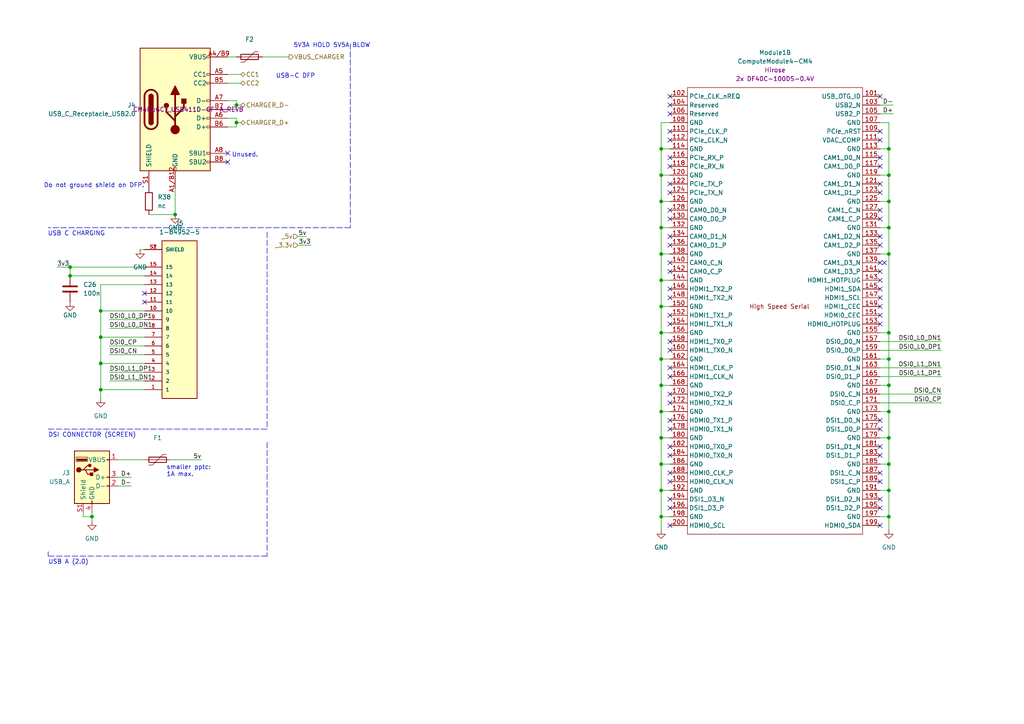
<source format=kicad_sch>
(kicad_sch (version 20211123) (generator eeschema)
  (paper "A4")
  (title_block (rev "indev.") (comment 1 "https://github.com/cinnamondev/gamepithing"))
  (lib_symbols
    (symbol "84952-5:1-84952-5" (pin_names (offset 1.016))
      (property "Reference" "J" (at -5.08 24.13 0))
      (property "Value" "1-84952-5" (at -5.08 -25.4 0))
      (symbol "1-84952-5_0_0"
        (rectangle (start -5.08 -22.86) (end 5.08 22.86) (stroke (width 0.254)) (fill (type background)))
        (pin passive line (at -10.16 20.32 0) (length 5.08) (name "1") (number "1"))
        (pin passive line (at -10.16 -2.54 0) (length 5.08) (name "10") (number "10"))
        (pin passive line (at -10.16 -5.08 0) (length 5.08) (name "11") (number "11"))
        (pin passive line (at -10.16 -7.62 0) (length 5.08) (name "12") (number "12"))
        (pin passive line (at -10.16 -10.16 0) (length 5.08) (name "13") (number "13"))
        (pin passive line (at -10.16 -12.7 0) (length 5.08) (name "14") (number "14"))
        (pin passive line (at -10.16 -15.24 0) (length 5.08) (name "15") (number "15"))
        (pin passive line (at -10.16 17.78 0) (length 5.08) (name "2") (number "2"))
        (pin passive line (at -10.16 15.24 0) (length 5.08) (name "3") (number "3"))
        (pin passive line (at -10.16 12.7 0) (length 5.08) (name "4") (number "4"))
        (pin passive line (at -10.16 10.16 0) (length 5.08) (name "5") (number "5"))
        (pin passive line (at -10.16 7.62 0) (length 5.08) (name "6") (number "6"))
        (pin passive line (at -10.16 5.08 0) (length 5.08) (name "7") (number "7"))
        (pin passive line (at -10.16 2.54 0) (length 5.08) (name "8") (number "8"))
        (pin passive line (at -10.16 0 0) (length 5.08) (name "9") (number "9"))
        (pin passive line (at -10.16 -20.32 0) (length 5.08) (name "SHIELD") (number "S1"))
        (pin passive line (at -10.16 -20.32 0) (length 5.08) (name "SHIELD") (number "S2"))
      )
    )
    (symbol "CM4IO:ComputeModule4-CM4"
      (property "Reference" "Module" (at 113.03 -68.58 0))
      (property "Value" "ComputeModule4-CM4" (at 140.97 2.54 0))
      (property "Field4" "Hirose" (at 0 0 0))
      (property "Field5" "2x DF40C-100DS-0.4V" (at 0 -2.54 0))
      (symbol "ComputeModule4-CM4_1_0"
        (text "GPIO" (at 0 6.35 0) (effects (font (size 1.27 1.27))))
      )
      (symbol "ComputeModule4-CM4_1_1"
        (rectangle (start -30.48 -71.12) (end 25.4 58.42))
        (text "600mA Max" (at -8.89 -53.34 0) (effects (font (size 1.27 1.27))))
        (text "600mA Max" (at -8.89 -48.26 0) (effects (font (size 1.27 1.27))))
        (text "NB SD signals are only available" (at -1.27 -27.94 0) (effects (font (size 1.27 1.27))))
        (text "on modules without eMMC" (at -1.27 -30.48 0) (effects (font (size 1.27 1.27))))
        (pin power_in line (at 27.94 55.88 180) (length 2.54) (name "GND") (number "1"))
        (pin passive line (at -33.02 45.72 0) (length 2.54) (name "Ethernet_Pair0_N") (number "10"))
        (pin output line (at -33.02 -68.58 0) (length 2.54) (name "nEXTRST") (number "100"))
        (pin passive line (at 27.94 43.18 180) (length 2.54) (name "Ethernet_Pair2_P") (number "11"))
        (pin passive line (at -33.02 43.18 0) (length 2.54) (name "Ethernet_Pair0_P") (number "12"))
        (pin power_in line (at 27.94 40.64 180) (length 2.54) (name "GND") (number "13"))
        (pin power_in line (at -33.02 40.64 0) (length 2.54) (name "GND") (number "14"))
        (pin output line (at 27.94 38.1 180) (length 2.54) (name "Ethernet_nLED3(3.3v)") (number "15"))
        (pin input line (at -33.02 38.1 0) (length 2.54) (name "Ethernet_SYNC_IN(1.8v)") (number "16"))
        (pin output line (at 27.94 35.56 180) (length 2.54) (name "Ethernet_nLED2(3.3v)") (number "17"))
        (pin input line (at -33.02 35.56 0) (length 2.54) (name "Ethernet_SYNC_OUT(1.8v)") (number "18"))
        (pin output line (at 27.94 33.02 180) (length 2.54) (name "Ethernet_nLED1(3.3v)") (number "19"))
        (pin power_in line (at -33.02 55.88 0) (length 2.54) (name "GND") (number "2"))
        (pin passive line (at -33.02 33.02 0) (length 2.54) (name "EEPROM_nWP") (number "20"))
        (pin open_collector line (at 27.94 30.48 180) (length 2.54) (name "PI_nLED_Activity") (number "21"))
        (pin power_in line (at -33.02 30.48 0) (length 2.54) (name "GND") (number "22"))
        (pin power_in line (at 27.94 27.94 180) (length 2.54) (name "GND") (number "23"))
        (pin passive line (at -33.02 27.94 0) (length 2.54) (name "GPIO26") (number "24"))
        (pin passive line (at 27.94 25.4 180) (length 2.54) (name "GPIO21") (number "25"))
        (pin passive line (at -33.02 25.4 0) (length 2.54) (name "GPIO19") (number "26"))
        (pin passive line (at 27.94 22.86 180) (length 2.54) (name "GPIO20") (number "27"))
        (pin passive line (at -33.02 22.86 0) (length 2.54) (name "GPIO13") (number "28"))
        (pin passive line (at 27.94 20.32 180) (length 2.54) (name "GPIO16") (number "29"))
        (pin passive line (at 27.94 53.34 180) (length 2.54) (name "Ethernet_Pair3_P") (number "3"))
        (pin passive line (at -33.02 20.32 0) (length 2.54) (name "GPIO6") (number "30"))
        (pin passive line (at 27.94 17.78 180) (length 2.54) (name "GPIO12") (number "31"))
        (pin power_in line (at -33.02 17.78 0) (length 2.54) (name "GND") (number "32"))
        (pin power_in line (at 27.94 15.24 180) (length 2.54) (name "GND") (number "33"))
        (pin passive line (at -33.02 15.24 0) (length 2.54) (name "GPIO5") (number "34"))
        (pin passive line (at 27.94 12.7 180) (length 2.54) (name "ID_SC") (number "35"))
        (pin passive line (at -33.02 12.7 0) (length 2.54) (name "ID_SD") (number "36"))
        (pin passive line (at 27.94 10.16 180) (length 2.54) (name "GPIO7") (number "37"))
        (pin passive line (at -33.02 10.16 0) (length 2.54) (name "GPIO11") (number "38"))
        (pin passive line (at 27.94 7.62 180) (length 2.54) (name "GPIO8") (number "39"))
        (pin passive line (at -33.02 53.34 0) (length 2.54) (name "Ethernet_Pair1_P") (number "4"))
        (pin passive line (at -33.02 7.62 0) (length 2.54) (name "GPIO9") (number "40"))
        (pin passive line (at 27.94 5.08 180) (length 2.54) (name "GPIO25") (number "41"))
        (pin power_in line (at -33.02 5.08 0) (length 2.54) (name "GND") (number "42"))
        (pin power_in line (at 27.94 2.54 180) (length 2.54) (name "GND") (number "43"))
        (pin passive line (at -33.02 2.54 0) (length 2.54) (name "GPIO10") (number "44"))
        (pin passive line (at 27.94 0 180) (length 2.54) (name "GPIO24") (number "45"))
        (pin passive line (at -33.02 0 0) (length 2.54) (name "GPIO22") (number "46"))
        (pin passive line (at 27.94 -2.54 180) (length 2.54) (name "GPIO23") (number "47"))
        (pin passive line (at -33.02 -2.54 0) (length 2.54) (name "GPIO27") (number "48"))
        (pin passive line (at 27.94 -5.08 180) (length 2.54) (name "GPIO18") (number "49"))
        (pin passive line (at 27.94 50.8 180) (length 2.54) (name "Ethernet_Pair3_N") (number "5"))
        (pin passive line (at -33.02 -5.08 0) (length 2.54) (name "GPIO17") (number "50"))
        (pin passive line (at 27.94 -7.62 180) (length 2.54) (name "GPIO15") (number "51"))
        (pin power_in line (at -33.02 -7.62 0) (length 2.54) (name "GND") (number "52"))
        (pin power_in line (at 27.94 -10.16 180) (length 2.54) (name "GND") (number "53"))
        (pin passive line (at -33.02 -10.16 0) (length 2.54) (name "GPIO4") (number "54"))
        (pin passive line (at 27.94 -12.7 180) (length 2.54) (name "GPIO14") (number "55"))
        (pin passive line (at -33.02 -12.7 0) (length 2.54) (name "GPIO3") (number "56"))
        (pin passive line (at 27.94 -15.24 180) (length 2.54) (name "SD_CLK") (number "57"))
        (pin passive line (at -33.02 -15.24 0) (length 2.54) (name "GPIO2") (number "58"))
        (pin power_in line (at 27.94 -17.78 180) (length 2.54) (name "GND") (number "59"))
        (pin passive line (at -33.02 50.8 0) (length 2.54) (name "Ethernet_Pair1_N") (number "6"))
        (pin power_in line (at -33.02 -17.78 0) (length 2.54) (name "GND") (number "60"))
        (pin passive line (at 27.94 -20.32 180) (length 2.54) (name "SD_DAT3") (number "61"))
        (pin passive line (at -33.02 -20.32 0) (length 2.54) (name "SD_CMD") (number "62"))
        (pin passive line (at 27.94 -22.86 180) (length 2.54) (name "SD_DAT0") (number "63"))
        (pin passive line (at -33.02 -22.86 0) (length 2.54) (name "SD_DAT5") (number "64"))
        (pin power_in line (at 27.94 -25.4 180) (length 2.54) (name "GND") (number "65"))
        (pin power_in line (at -33.02 -25.4 0) (length 2.54) (name "GND") (number "66"))
        (pin passive line (at 27.94 -27.94 180) (length 2.54) (name "SD_DAT1") (number "67"))
        (pin passive line (at -33.02 -27.94 0) (length 2.54) (name "SD_DAT4") (number "68"))
        (pin passive line (at 27.94 -30.48 180) (length 2.54) (name "SD_DAT2") (number "69"))
        (pin power_in line (at 27.94 48.26 180) (length 2.54) (name "GND") (number "7"))
        (pin passive line (at -33.02 -30.48 0) (length 2.54) (name "SD_DAT7") (number "70"))
        (pin power_in line (at 27.94 -33.02 180) (length 2.54) (name "GND") (number "71"))
        (pin passive line (at -33.02 -33.02 0) (length 2.54) (name "SD_DAT6") (number "72"))
        (pin input line (at 27.94 -35.56 180) (length 2.54) (name "SD_VDD_Override") (number "73"))
        (pin power_in line (at -33.02 -35.56 0) (length 2.54) (name "GND") (number "74"))
        (pin output line (at 27.94 -38.1 180) (length 2.54) (name "SD_PWR_ON") (number "75"))
        (pin passive line (at -33.02 -38.1 0) (length 2.54) (name "Reserved") (number "76"))
        (pin power_in line (at 27.94 -40.64 180) (length 2.54) (name "+5v_(Input)") (number "77"))
        (pin power_in line (at -33.02 -40.64 0) (length 2.54) (name "GPIO_VREF(1.8v/3.3v_Input)") (number "78"))
        (pin power_in line (at 27.94 -43.18 180) (length 2.54) (name "+5v_(Input)") (number "79"))
        (pin power_in line (at -33.02 48.26 0) (length 2.54) (name "GND") (number "8"))
        (pin passive line (at -33.02 -43.18 0) (length 2.54) (name "SCL0") (number "80"))
        (pin power_in line (at 27.94 -45.72 180) (length 2.54) (name "+5v_(Input)") (number "81"))
        (pin passive line (at -33.02 -45.72 0) (length 2.54) (name "SDA0") (number "82"))
        (pin power_in line (at 27.94 -48.26 180) (length 2.54) (name "+5v_(Input)") (number "83"))
        (pin power_out line (at -33.02 -48.26 0) (length 2.54) (name "+3.3v_(Output)") (number "84"))
        (pin power_in line (at 27.94 -50.8 180) (length 2.54) (name "+5v_(Input)") (number "85"))
        (pin power_out line (at -33.02 -50.8 0) (length 2.54) (name "+3.3v_(Output)") (number "86"))
        (pin power_in line (at 27.94 -53.34 180) (length 2.54) (name "+5v_(Input)") (number "87"))
        (pin power_out line (at -33.02 -53.34 0) (length 2.54) (name "+1.8v_(Output)") (number "88"))
        (pin power_in line (at 27.94 -55.88 180) (length 2.54) (name "WiFi_nDisable") (number "89"))
        (pin passive line (at 27.94 45.72 180) (length 2.54) (name "Ethernet_Pair2_N") (number "9"))
        (pin power_out line (at -33.02 -55.88 0) (length 2.54) (name "+1.8v_(Output)") (number "90"))
        (pin power_in line (at 27.94 -58.42 180) (length 2.54) (name "BT_nDisable") (number "91"))
        (pin passive line (at -33.02 -58.42 0) (length 2.54) (name "RUN_PG") (number "92"))
        (pin input line (at 27.94 -60.96 180) (length 2.54) (name "nRPIBOOT") (number "93"))
        (pin passive line (at -33.02 -60.96 0) (length 2.54) (name "AnalogIP1") (number "94"))
        (pin output line (at 27.94 -63.5 180) (length 2.54) (name "nPI_LED_PWR") (number "95"))
        (pin passive line (at -33.02 -63.5 0) (length 2.54) (name "AnalogIP0") (number "96"))
        (pin passive line (at 27.94 -66.04 180) (length 2.54) (name "Camera_GPIO") (number "97"))
        (pin power_in line (at -33.02 -66.04 0) (length 2.54) (name "GND") (number "98"))
        (pin input line (at 27.94 -68.58 180) (length 2.54) (name "Global_EN") (number "99"))
      )
      (symbol "ComputeModule4-CM4_2_1"
        (rectangle (start 114.3 -66.04) (end 165.1 63.5))
        (text "High Speed Serial" (at 140.97 0 0) (effects (font (size 1.27 1.27))))
        (pin input line (at 170.18 60.96 180) (length 5.08) (name "USB_OTG_ID") (number "101"))
        (pin input line (at 109.22 60.96 0) (length 5.08) (name "PCIe_CLK_nREQ") (number "102"))
        (pin passive line (at 170.18 58.42 180) (length 5.08) (name "USB2_N") (number "103"))
        (pin passive line (at 109.22 58.42 0) (length 5.08) (name "Reserved") (number "104"))
        (pin passive line (at 170.18 55.88 180) (length 5.08) (name "USB2_P") (number "105"))
        (pin passive line (at 109.22 55.88 0) (length 5.08) (name "Reserved") (number "106"))
        (pin power_in line (at 170.18 53.34 180) (length 5.08) (name "GND") (number "107"))
        (pin power_in line (at 109.22 53.34 0) (length 5.08) (name "GND") (number "108"))
        (pin bidirectional line (at 170.18 50.8 180) (length 5.08) (name "PCIe_nRST") (number "109"))
        (pin output line (at 109.22 50.8 0) (length 5.08) (name "PCIe_CLK_P") (number "110"))
        (pin passive line (at 170.18 48.26 180) (length 5.08) (name "VDAC_COMP") (number "111"))
        (pin output line (at 109.22 48.26 0) (length 5.08) (name "PCIe_CLK_N") (number "112"))
        (pin power_in line (at 170.18 45.72 180) (length 5.08) (name "GND") (number "113"))
        (pin power_in line (at 109.22 45.72 0) (length 5.08) (name "GND") (number "114"))
        (pin input line (at 170.18 43.18 180) (length 5.08) (name "CAM1_D0_N") (number "115"))
        (pin input line (at 109.22 43.18 0) (length 5.08) (name "PCIe_RX_P") (number "116"))
        (pin input line (at 170.18 40.64 180) (length 5.08) (name "CAM1_D0_P") (number "117"))
        (pin input line (at 109.22 40.64 0) (length 5.08) (name "PCIe_RX_N") (number "118"))
        (pin power_in line (at 170.18 38.1 180) (length 5.08) (name "GND") (number "119"))
        (pin power_in line (at 109.22 38.1 0) (length 5.08) (name "GND") (number "120"))
        (pin input line (at 170.18 35.56 180) (length 5.08) (name "CAM1_D1_N") (number "121"))
        (pin output line (at 109.22 35.56 0) (length 5.08) (name "PCIe_TX_P") (number "122"))
        (pin input line (at 170.18 33.02 180) (length 5.08) (name "CAM1_D1_P") (number "123"))
        (pin output line (at 109.22 33.02 0) (length 5.08) (name "PCIe_TX_N") (number "124"))
        (pin power_in line (at 170.18 30.48 180) (length 5.08) (name "GND") (number "125"))
        (pin power_in line (at 109.22 30.48 0) (length 5.08) (name "GND") (number "126"))
        (pin input line (at 170.18 27.94 180) (length 5.08) (name "CAM1_C_N") (number "127"))
        (pin input line (at 109.22 27.94 0) (length 5.08) (name "CAM0_D0_N") (number "128"))
        (pin input line (at 170.18 25.4 180) (length 5.08) (name "CAM1_C_P") (number "129"))
        (pin input line (at 109.22 25.4 0) (length 5.08) (name "CAM0_D0_P") (number "130"))
        (pin power_in line (at 170.18 22.86 180) (length 5.08) (name "GND") (number "131"))
        (pin power_in line (at 109.22 22.86 0) (length 5.08) (name "GND") (number "132"))
        (pin input line (at 170.18 20.32 180) (length 5.08) (name "CAM1_D2_N") (number "133"))
        (pin input line (at 109.22 20.32 0) (length 5.08) (name "CAM0_D1_N") (number "134"))
        (pin input line (at 170.18 17.78 180) (length 5.08) (name "CAM1_D2_P") (number "135"))
        (pin input line (at 109.22 17.78 0) (length 5.08) (name "CAM0_D1_P") (number "136"))
        (pin power_in line (at 170.18 15.24 180) (length 5.08) (name "GND") (number "137"))
        (pin power_in line (at 109.22 15.24 0) (length 5.08) (name "GND") (number "138"))
        (pin input line (at 170.18 12.7 180) (length 5.08) (name "CAM1_D3_N") (number "139"))
        (pin input line (at 109.22 12.7 0) (length 5.08) (name "CAM0_C_N") (number "140"))
        (pin input line (at 170.18 10.16 180) (length 5.08) (name "CAM1_D3_P") (number "141"))
        (pin input line (at 109.22 10.16 0) (length 5.08) (name "CAM0_C_P") (number "142"))
        (pin input line (at 170.18 7.62 180) (length 5.08) (name "HDMI1_HOTPLUG") (number "143"))
        (pin power_in line (at 109.22 7.62 0) (length 5.08) (name "GND") (number "144"))
        (pin bidirectional line (at 170.18 5.08 180) (length 5.08) (name "HDMI1_SDA") (number "145"))
        (pin output line (at 109.22 5.08 0) (length 5.08) (name "HDMI1_TX2_P") (number "146"))
        (pin open_collector line (at 170.18 2.54 180) (length 5.08) (name "HDMI1_SCL") (number "147"))
        (pin output line (at 109.22 2.54 0) (length 5.08) (name "HDMI1_TX2_N") (number "148"))
        (pin open_collector line (at 170.18 0 180) (length 5.08) (name "HDMI1_CEC") (number "149"))
        (pin power_in line (at 109.22 0 0) (length 5.08) (name "GND") (number "150"))
        (pin open_collector line (at 170.18 -2.54 180) (length 5.08) (name "HDMI0_CEC") (number "151"))
        (pin output line (at 109.22 -2.54 0) (length 5.08) (name "HDMI1_TX1_P") (number "152"))
        (pin input line (at 170.18 -5.08 180) (length 5.08) (name "HDMI0_HOTPLUG") (number "153"))
        (pin output line (at 109.22 -5.08 0) (length 5.08) (name "HDMI1_TX1_N") (number "154"))
        (pin power_in line (at 170.18 -7.62 180) (length 5.08) (name "GND") (number "155"))
        (pin power_in line (at 109.22 -7.62 0) (length 5.08) (name "GND") (number "156"))
        (pin output line (at 170.18 -10.16 180) (length 5.08) (name "DSI0_D0_N") (number "157"))
        (pin output line (at 109.22 -10.16 0) (length 5.08) (name "HDMI1_TX0_P") (number "158"))
        (pin output line (at 170.18 -12.7 180) (length 5.08) (name "DSI0_D0_P") (number "159"))
        (pin output line (at 109.22 -12.7 0) (length 5.08) (name "HDMI1_TX0_N") (number "160"))
        (pin power_in line (at 170.18 -15.24 180) (length 5.08) (name "GND") (number "161"))
        (pin power_in line (at 109.22 -15.24 0) (length 5.08) (name "GND") (number "162"))
        (pin output line (at 170.18 -17.78 180) (length 5.08) (name "DSI0_D1_N") (number "163"))
        (pin output line (at 109.22 -17.78 0) (length 5.08) (name "HDMI1_CLK_P") (number "164"))
        (pin output line (at 170.18 -20.32 180) (length 5.08) (name "DSI0_D1_P") (number "165"))
        (pin output line (at 109.22 -20.32 0) (length 5.08) (name "HDMI1_CLK_N") (number "166"))
        (pin power_in line (at 170.18 -22.86 180) (length 5.08) (name "GND") (number "167"))
        (pin power_in line (at 109.22 -22.86 0) (length 5.08) (name "GND") (number "168"))
        (pin output line (at 170.18 -25.4 180) (length 5.08) (name "DSI0_C_N") (number "169"))
        (pin output line (at 109.22 -25.4 0) (length 5.08) (name "HDMI0_TX2_P") (number "170"))
        (pin output line (at 170.18 -27.94 180) (length 5.08) (name "DSI0_C_P") (number "171"))
        (pin output line (at 109.22 -27.94 0) (length 5.08) (name "HDMI0_TX2_N") (number "172"))
        (pin power_in line (at 170.18 -30.48 180) (length 5.08) (name "GND") (number "173"))
        (pin power_in line (at 109.22 -30.48 0) (length 5.08) (name "GND") (number "174"))
        (pin output line (at 170.18 -33.02 180) (length 5.08) (name "DSI1_D0_N") (number "175"))
        (pin output line (at 109.22 -33.02 0) (length 5.08) (name "HDMI0_TX1_P") (number "176"))
        (pin output line (at 170.18 -35.56 180) (length 5.08) (name "DSI1_D0_P") (number "177"))
        (pin output line (at 109.22 -35.56 0) (length 5.08) (name "HDMI0_TX1_N") (number "178"))
        (pin power_in line (at 170.18 -38.1 180) (length 5.08) (name "GND") (number "179"))
        (pin power_in line (at 109.22 -38.1 0) (length 5.08) (name "GND") (number "180"))
        (pin output line (at 170.18 -40.64 180) (length 5.08) (name "DSI1_D1_N") (number "181"))
        (pin output line (at 109.22 -40.64 0) (length 5.08) (name "HDMI0_TX0_P") (number "182"))
        (pin output line (at 170.18 -43.18 180) (length 5.08) (name "DSI1_D1_P") (number "183"))
        (pin output line (at 109.22 -43.18 0) (length 5.08) (name "HDMI0_TX0_N") (number "184"))
        (pin power_in line (at 170.18 -45.72 180) (length 5.08) (name "GND") (number "185"))
        (pin power_in line (at 109.22 -45.72 0) (length 5.08) (name "GND") (number "186"))
        (pin output line (at 170.18 -48.26 180) (length 5.08) (name "DSI1_C_N") (number "187"))
        (pin output line (at 109.22 -48.26 0) (length 5.08) (name "HDMI0_CLK_P") (number "188"))
        (pin output line (at 170.18 -50.8 180) (length 5.08) (name "DSI1_C_P") (number "189"))
        (pin output line (at 109.22 -50.8 0) (length 5.08) (name "HDMI0_CLK_N") (number "190"))
        (pin power_in line (at 170.18 -53.34 180) (length 5.08) (name "GND") (number "191"))
        (pin power_in line (at 109.22 -53.34 0) (length 5.08) (name "GND") (number "192"))
        (pin output line (at 170.18 -55.88 180) (length 5.08) (name "DSI1_D2_N") (number "193"))
        (pin output line (at 109.22 -55.88 0) (length 5.08) (name "DSI1_D3_N") (number "194"))
        (pin output line (at 170.18 -58.42 180) (length 5.08) (name "DSI1_D2_P") (number "195"))
        (pin output line (at 109.22 -58.42 0) (length 5.08) (name "DSI1_D3_P") (number "196"))
        (pin power_in line (at 170.18 -60.96 180) (length 5.08) (name "GND") (number "197"))
        (pin power_in line (at 109.22 -60.96 0) (length 5.08) (name "GND") (number "198"))
        (pin bidirectional line (at 170.18 -63.5 180) (length 5.08) (name "HDMI0_SDA") (number "199"))
        (pin open_collector line (at 109.22 -63.5 0) (length 5.08) (name "HDMI0_SCL") (number "200"))
      )
    )
    (symbol "Connector:USB_A" (pin_names (offset 1.016))
      (property "Reference" "J3" (at -6.35 1.2701 0))
      (property "Value" "USB_A" (at -6.35 -1.2699 0))
      (symbol "USB_A_0_1"
        (rectangle (start -5.08 -7.62) (end 5.08 7.62) (stroke (width 0.254)) (fill (type background)))
        (circle (center -3.81 2.159) (radius 0.635) (stroke (width 0.254)) (fill (type outline)))
        (rectangle (start -1.524 4.826) (end -4.318 5.334) (fill (type outline)))
        (rectangle (start -1.27 4.572) (end -4.572 5.842))
        (circle (center -0.635 3.429) (radius 0.381) (stroke (width 0.254)) (fill (type outline)))
        (rectangle (start -0.127 -7.62) (end 0.127 -6.858))
        (polyline (pts (xy -3.175 2.159) (xy -2.54 2.159) (xy -1.27 3.429) (xy -0.635 3.429)) (stroke (width 0.254)))
        (polyline (pts (xy -2.54 2.159) (xy -1.905 2.159) (xy -1.27 0.889) (xy 0 0.889)) (stroke (width 0.254)))
        (polyline (pts (xy 0.635 2.794) (xy 0.635 1.524) (xy 1.905 2.159) (xy 0.635 2.794)) (stroke (width 0.254)) (fill (type outline)))
        (rectangle (start 0.254 1.27) (end -0.508 0.508) (stroke (width 0.254)) (fill (type outline)))
        (rectangle (start 5.08 -2.667) (end 4.318 -2.413))
        (rectangle (start 5.08 -0.127) (end 4.318 0.127))
        (rectangle (start 5.08 4.953) (end 4.318 5.207))
      )
      (symbol "USB_A_1_1"
        (polyline (pts (xy -1.905 2.159) (xy 0.635 2.159)) (stroke (width 0.254)))
        (pin power_in line (at 7.62 5.08 180) (length 2.54) (name "VBUS") (number "1"))
        (pin bidirectional line (at 7.62 -2.54 180) (length 2.54) (name "D-") (number "2"))
        (pin bidirectional line (at 7.62 0 180) (length 2.54) (name "D+") (number "3"))
        (pin power_in line (at 0 -10.16 90) (length 2.54) (name "GND") (number "4"))
        (pin passive line (at -2.54 -10.16 90) (length 2.54) (name "Shield") (number "S1"))
        (pin passive line (at -2.54 -10.16 90) (length 2.54) hide (name "Shield") (number "S2"))
      )
    )
    (symbol "Connector:USB_C_Receptacle_USB2.0" (pin_names (offset 1.016))
      (property "Reference" "J4" (at -11.43 1.2701 0))
      (property "Value" "USB_C_Receptacle_USB2.0" (at -11.43 -1.2699 0))
      (property "Footprint" "CM4IO:GCT_USB4110-GF-A_REVB" (at 3.81 0 0))
      (symbol "USB_C_Receptacle_USB2.0_0_0"
        (rectangle (start -0.254 -17.78) (end 0.254 -16.764))
        (rectangle (start 10.16 -14.986) (end 9.144 -15.494))
        (rectangle (start 10.16 -12.446) (end 9.144 -12.954))
        (rectangle (start 10.16 -4.826) (end 9.144 -5.334))
        (rectangle (start 10.16 -2.286) (end 9.144 -2.794))
        (rectangle (start 10.16 0.254) (end 9.144 -0.254))
        (rectangle (start 10.16 2.794) (end 9.144 2.286))
        (rectangle (start 10.16 7.874) (end 9.144 7.366))
        (rectangle (start 10.16 10.414) (end 9.144 9.906))
        (rectangle (start 10.16 15.494) (end 9.144 14.986))
      )
      (symbol "USB_C_Receptacle_USB2.0_0_1"
        (rectangle (start -10.16 17.78) (end 10.16 -17.78) (stroke (width 0.254)) (fill (type background)))
        (arc (start -8.89 -3.81) (mid -6.985 -5.715) (end -5.08 -3.81) (stroke (width 0.508)))
        (arc (start -7.62 -3.81) (mid -6.985 -4.445) (end -6.35 -3.81) (stroke (width 0.254)))
        (arc (start -7.62 -3.81) (mid -6.985 -4.445) (end -6.35 -3.81) (stroke (width 0.254)) (fill (type outline)))
        (rectangle (start -7.62 -3.81) (end -6.35 3.81) (stroke (width 0.254)) (fill (type outline)))
        (arc (start -6.35 3.81) (mid -6.985 4.445) (end -7.62 3.81) (stroke (width 0.254)))
        (arc (start -6.35 3.81) (mid -6.985 4.445) (end -7.62 3.81) (stroke (width 0.254)) (fill (type outline)))
        (arc (start -5.08 3.81) (mid -6.985 5.715) (end -8.89 3.81) (stroke (width 0.508)))
        (circle (center -2.54 1.143) (radius 0.635) (stroke (width 0.254)) (fill (type outline)))
        (circle (center 0 -5.842) (radius 1.27) (fill (type outline)))
        (polyline (pts (xy -8.89 -3.81) (xy -8.89 3.81)) (stroke (width 0.508)))
        (polyline (pts (xy -5.08 3.81) (xy -5.08 -3.81)) (stroke (width 0.508)))
        (polyline (pts (xy 0 -5.842) (xy 0 4.318)) (stroke (width 0.508)))
        (polyline (pts (xy 0 -3.302) (xy -2.54 -0.762) (xy -2.54 0.508)) (stroke (width 0.508)))
        (polyline (pts (xy 0 -2.032) (xy 2.54 0.508) (xy 2.54 1.778)) (stroke (width 0.508)))
        (polyline (pts (xy -1.27 4.318) (xy 0 6.858) (xy 1.27 4.318) (xy -1.27 4.318)) (stroke (width 0.254)) (fill (type outline)))
        (rectangle (start 1.905 1.778) (end 3.175 3.048) (stroke (width 0.254)) (fill (type outline)))
      )
      (symbol "USB_C_Receptacle_USB2.0_1_1"
        (pin passive line (at 0 -22.86 90) (length 5.08) (name "GND") (number "A1/B12"))
        (pin passive line (at 15.24 15.24 180) (length 5.08) (name "VBUS") (number "A4/B9"))
        (pin bidirectional line (at 15.24 10.16 180) (length 5.08) (name "CC1") (number "A5"))
        (pin bidirectional line (at 15.24 -2.54 180) (length 5.08) (name "D+") (number "A6"))
        (pin bidirectional line (at 15.24 2.54 180) (length 5.08) (name "D-") (number "A7"))
        (pin bidirectional line (at 15.24 -12.7 180) (length 5.08) (name "SBU1") (number "A8"))
        (pin passive line (at 0 -22.86 90) (length 5.08) hide (name "GND") (number "B1/A12"))
        (pin passive line (at 15.24 15.24 180) (length 5.08) hide (name "VBUS") (number "B4/A9"))
        (pin bidirectional line (at 15.24 7.62 180) (length 5.08) (name "CC2") (number "B5"))
        (pin bidirectional line (at 15.24 -5.08 180) (length 5.08) (name "D+") (number "B6"))
        (pin bidirectional line (at 15.24 0 180) (length 5.08) (name "D-") (number "B7"))
        (pin bidirectional line (at 15.24 -15.24 180) (length 5.08) (name "SBU2") (number "B8"))
        (pin passive line (at -7.62 -22.86 90) (length 5.08) (name "SHIELD") (number "S1"))
      )
    )
    (symbol "Device:C" (pin_numbers hide) (pin_names (offset 0.254))
      (property "Reference" "C" (at 0.635 2.54 0))
      (property "Value" "C" (at 0.635 -2.54 0))
      (symbol "C_0_1"
        (polyline (pts (xy -2.032 -0.762) (xy 2.032 -0.762)) (stroke (width 0.508)))
        (polyline (pts (xy -2.032 0.762) (xy 2.032 0.762)) (stroke (width 0.508)))
      )
      (symbol "C_1_1"
        (pin passive line (at 0 3.81 270) (length 2.794) (name "~") (number "1"))
        (pin passive line (at 0 -3.81 90) (length 2.794) (name "~") (number "2"))
      )
    )
    (symbol "Device:Polyfuse" (pin_numbers hide) (pin_names (offset 0))
      (property "Reference" "F" (at -2.54 0 90))
      (property "Value" "Polyfuse" (at 2.54 0 90))
      (symbol "Polyfuse_0_1"
        (rectangle (start -0.762 2.54) (end 0.762 -2.54) (stroke (width 0.254)))
        (polyline (pts (xy 0 2.54) (xy 0 -2.54)))
        (polyline (pts (xy -1.524 2.54) (xy -1.524 1.524) (xy 1.524 -1.524) (xy 1.524 -2.54)))
      )
      (symbol "Polyfuse_1_1"
        (pin passive line (at 0 3.81 270) (length 1.27) (name "~") (number "1"))
        (pin passive line (at 0 -3.81 90) (length 1.27) (name "~") (number "2"))
      )
    )
    (symbol "Device:R" (pin_numbers hide) (pin_names (offset 0))
      (property "Reference" "R" (at 2.032 0 90))
      (property "Value" "R" (at 0 0 90))
      (symbol "R_0_1"
        (rectangle (start -1.016 -2.54) (end 1.016 2.54) (stroke (width 0.254)))
      )
      (symbol "R_1_1"
        (pin passive line (at 0 3.81 270) (length 1.27) (name "~") (number "1"))
        (pin passive line (at 0 -3.81 90) (length 1.27) (name "~") (number "2"))
      )
    )
    (symbol "power:GND" (power) (pin_names (offset 0))
      (property "Value" "GND" (at 0 -3.81 0))
      (symbol "GND_0_1"
        (polyline (pts (xy 0 0) (xy 0 -1.27) (xy 1.27 -1.27) (xy 0 -2.54) (xy -1.27 -1.27) (xy 0 -1.27)))
      )
      (symbol "GND_1_1"
        (pin power_in line (at 0 0 270) (length 0) hide (name "GND") (number "1"))
      )
    )
  )
  (junction (at 257.81 73.66))
  (junction (at 191.77 66.04))
  (junction (at 191.77 73.66))
  (junction (at 257.81 127))
  (junction (at 191.77 58.42))
  (junction (at 257.81 134.62))
  (junction (at 191.77 149.86))
  (junction (at 257.81 43.18))
  (junction (at 257.81 96.52))
  (junction (at 20.32 80.01))
  (junction (at 257.81 119.38))
  (junction (at 50.8 62.23))
  (junction (at 191.77 43.18))
  (junction (at 191.77 119.38))
  (junction (at 257.81 50.8))
  (junction (at 191.77 104.14))
  (junction (at 20.32 77.47))
  (junction (at 191.77 96.52))
  (junction (at 191.77 142.24))
  (junction (at 257.81 142.24))
  (junction (at 191.77 81.28))
  (junction (at 191.77 111.76))
  (junction (at 257.81 66.04))
  (junction (at 29.21 90.17))
  (junction (at 29.21 105.41))
  (junction (at 191.77 50.8))
  (junction (at 257.81 149.86))
  (junction (at 257.81 104.14))
  (junction (at 68.58 35.56))
  (junction (at 191.77 134.62))
  (junction (at 257.81 111.76))
  (junction (at 191.77 127))
  (junction (at 29.21 113.03))
  (junction (at 257.81 58.42))
  (junction (at 26.67 149.86))
  (junction (at 191.77 88.9))
  (junction (at 29.21 97.79))
  (junction (at 68.58 30.48))
  (no_connect (at 66.04 44.45))
  (no_connect (at 66.04 46.99))
  (no_connect (at 194.31 152.4))
  (no_connect (at 194.31 144.78))
  (no_connect (at 194.31 147.32))
  (no_connect (at 194.31 129.54))
  (no_connect (at 194.31 132.08))
  (no_connect (at 194.31 137.16))
  (no_connect (at 194.31 139.7))
  (no_connect (at 194.31 114.3))
  (no_connect (at 194.31 116.84))
  (no_connect (at 194.31 121.92))
  (no_connect (at 194.31 124.46))
  (no_connect (at 255.27 38.1))
  (no_connect (at 255.27 40.64))
  (no_connect (at 255.27 27.94))
  (no_connect (at 255.27 55.88))
  (no_connect (at 255.27 53.34))
  (no_connect (at 255.27 48.26))
  (no_connect (at 255.27 45.72))
  (no_connect (at 255.27 152.4))
  (no_connect (at 255.27 139.7))
  (no_connect (at 255.27 137.16))
  (no_connect (at 255.27 132.08))
  (no_connect (at 255.27 129.54))
  (no_connect (at 255.27 124.46))
  (no_connect (at 255.27 147.32))
  (no_connect (at 255.27 144.78))
  (no_connect (at 194.31 83.82))
  (no_connect (at 194.31 86.36))
  (no_connect (at 194.31 78.74))
  (no_connect (at 194.31 106.68))
  (no_connect (at 194.31 109.22))
  (no_connect (at 194.31 91.44))
  (no_connect (at 194.31 93.98))
  (no_connect (at 194.31 99.06))
  (no_connect (at 194.31 101.6))
  (no_connect (at 194.31 76.2))
  (no_connect (at 194.31 71.12))
  (no_connect (at 194.31 68.58))
  (no_connect (at 194.31 33.02))
  (no_connect (at 194.31 30.48))
  (no_connect (at 194.31 27.94))
  (no_connect (at 194.31 45.72))
  (no_connect (at 194.31 48.26))
  (no_connect (at 194.31 55.88))
  (no_connect (at 194.31 53.34))
  (no_connect (at 194.31 60.96))
  (no_connect (at 194.31 63.5))
  (no_connect (at 194.31 40.64))
  (no_connect (at 194.31 38.1))
  (no_connect (at 255.27 71.12))
  (no_connect (at 255.27 68.58))
  (no_connect (at 255.27 78.74))
  (no_connect (at 255.27 76.2))
  (no_connect (at 256.54 76.2))
  (no_connect (at 255.27 93.98))
  (no_connect (at 255.27 91.44))
  (no_connect (at 255.27 88.9))
  (no_connect (at 255.27 86.36))
  (no_connect (at 255.27 83.82))
  (no_connect (at 255.27 81.28))
  (no_connect (at 255.27 63.5))
  (no_connect (at 255.27 60.96))
  (no_connect (at 255.27 121.92))
  (no_connect (at 41.91 85.09))
  (no_connect (at 41.91 87.63))
  (wire (pts (xy 255.27 101.6) (xy 273.05 101.6)))
  (wire (pts (xy 194.31 66.04) (xy 191.77 66.04)))
  (wire (pts (xy 255.27 99.06) (xy 273.05 99.06)))
  (polyline (pts (xy 101.6 12.7) (xy 101.6 66.04)))
  (wire (pts (xy 257.81 104.14) (xy 257.81 111.76)))
  (wire (pts (xy 68.58 36.83) (xy 66.04 36.83)))
  (wire (pts (xy 194.31 43.18) (xy 191.77 43.18)))
  (wire (pts (xy 66.04 16.51) (xy 68.58 16.51)))
  (wire (pts (xy 29.21 90.17) (xy 41.91 90.17)))
  (wire (pts (xy 191.77 127) (xy 191.77 134.62)))
  (wire (pts (xy 255.27 66.04) (xy 257.81 66.04)))
  (wire (pts (xy 255.27 33.02) (xy 259.08 33.02)))
  (wire (pts (xy 191.77 73.66) (xy 191.77 81.28)))
  (wire (pts (xy 26.67 149.86) (xy 24.13 149.86)))
  (wire (pts (xy 20.32 77.47) (xy 20.32 80.01)))
  (wire (pts (xy 255.27 134.62) (xy 257.81 134.62)))
  (wire (pts (xy 257.81 35.56) (xy 257.81 43.18)))
  (polyline (pts (xy 13.97 124.46) (xy 77.47 124.46)))
  (wire (pts (xy 38.1 138.43) (xy 34.29 138.43)))
  (wire (pts (xy 29.21 82.55) (xy 41.91 82.55)))
  (wire (pts (xy 24.13 148.59) (xy 24.13 149.86)))
  (wire (pts (xy 49.53 133.35) (xy 58.42 133.35)))
  (wire (pts (xy 257.81 58.42) (xy 257.81 66.04)))
  (wire (pts (xy 191.77 134.62) (xy 191.77 142.24)))
  (wire (pts (xy 68.58 31.75) (xy 66.04 31.75)))
  (wire (pts (xy 255.27 149.86) (xy 257.81 149.86)))
  (wire (pts (xy 86.36 71.12) (xy 90.17 71.12)))
  (wire (pts (xy 255.27 96.52) (xy 257.81 96.52)))
  (wire (pts (xy 194.31 58.42) (xy 191.77 58.42)))
  (wire (pts (xy 194.31 127) (xy 191.77 127)))
  (wire (pts (xy 257.81 66.04) (xy 257.81 73.66)))
  (wire (pts (xy 20.32 80.01) (xy 41.91 80.01)))
  (wire (pts (xy 194.31 96.52) (xy 191.77 96.52)))
  (wire (pts (xy 191.77 81.28) (xy 194.31 81.28)))
  (wire (pts (xy 194.31 134.62) (xy 191.77 134.62)))
  (wire (pts (xy 191.77 66.04) (xy 191.77 73.66)))
  (wire (pts (xy 191.77 149.86) (xy 191.77 142.24)))
  (wire (pts (xy 194.31 104.14) (xy 191.77 104.14)))
  (wire (pts (xy 191.77 104.14) (xy 191.77 111.76)))
  (wire (pts (xy 69.85 35.56) (xy 68.58 35.56)))
  (wire (pts (xy 255.27 116.84) (xy 273.05 116.84)))
  (wire (pts (xy 69.85 30.48) (xy 68.58 30.48)))
  (wire (pts (xy 255.27 50.8) (xy 257.81 50.8)))
  (wire (pts (xy 255.27 142.24) (xy 257.81 142.24)))
  (wire (pts (xy 194.31 50.8) (xy 191.77 50.8)))
  (wire (pts (xy 29.21 113.03) (xy 29.21 105.41)))
  (wire (pts (xy 194.31 142.24) (xy 191.77 142.24)))
  (wire (pts (xy 257.81 73.66) (xy 257.81 96.52)))
  (wire (pts (xy 86.36 68.58) (xy 88.9 68.58)))
  (wire (pts (xy 31.75 107.95) (xy 41.91 107.95)))
  (wire (pts (xy 29.21 105.41) (xy 29.21 97.79)))
  (wire (pts (xy 191.77 43.18) (xy 191.77 50.8)))
  (wire (pts (xy 31.75 110.49) (xy 41.91 110.49)))
  (polyline (pts (xy 77.47 67.31) (xy 77.47 124.46)))
  (wire (pts (xy 31.75 95.25) (xy 41.91 95.25)))
  (wire (pts (xy 66.04 21.59) (xy 69.85 21.59)))
  (wire (pts (xy 191.77 119.38) (xy 191.77 127)))
  (wire (pts (xy 16.51 77.47) (xy 20.32 77.47)))
  (wire (pts (xy 255.27 43.18) (xy 257.81 43.18)))
  (wire (pts (xy 257.81 111.76) (xy 257.81 119.38)))
  (wire (pts (xy 29.21 113.03) (xy 41.91 113.03)))
  (wire (pts (xy 191.77 35.56) (xy 194.31 35.56)))
  (wire (pts (xy 191.77 50.8) (xy 191.77 58.42)))
  (wire (pts (xy 41.91 77.47) (xy 20.32 77.47)))
  (wire (pts (xy 255.27 111.76) (xy 257.81 111.76)))
  (wire (pts (xy 68.58 34.29) (xy 68.58 35.56)))
  (wire (pts (xy 29.21 105.41) (xy 41.91 105.41)))
  (wire (pts (xy 257.81 153.67) (xy 257.81 149.86)))
  (wire (pts (xy 255.27 104.14) (xy 257.81 104.14)))
  (wire (pts (xy 68.58 29.21) (xy 68.58 30.48)))
  (wire (pts (xy 257.81 43.18) (xy 257.81 50.8)))
  (wire (pts (xy 257.81 149.86) (xy 257.81 142.24)))
  (wire (pts (xy 255.27 106.68) (xy 273.05 106.68)))
  (wire (pts (xy 29.21 97.79) (xy 41.91 97.79)))
  (wire (pts (xy 40.64 72.39) (xy 41.91 72.39)))
  (wire (pts (xy 68.58 30.48) (xy 68.58 31.75)))
  (wire (pts (xy 255.27 127) (xy 257.81 127)))
  (wire (pts (xy 38.1 140.97) (xy 34.29 140.97)))
  (wire (pts (xy 191.77 111.76) (xy 191.77 119.38)))
  (wire (pts (xy 50.8 54.61) (xy 50.8 62.23)))
  (wire (pts (xy 194.31 149.86) (xy 191.77 149.86)))
  (wire (pts (xy 34.29 133.35) (xy 41.91 133.35)))
  (wire (pts (xy 26.67 148.59) (xy 26.67 149.86)))
  (wire (pts (xy 29.21 97.79) (xy 29.21 90.17)))
  (wire (pts (xy 257.81 134.62) (xy 257.81 142.24)))
  (wire (pts (xy 68.58 29.21) (xy 66.04 29.21)))
  (wire (pts (xy 191.77 153.67) (xy 191.77 149.86)))
  (wire (pts (xy 31.75 102.87) (xy 41.91 102.87)))
  (wire (pts (xy 194.31 119.38) (xy 191.77 119.38)))
  (wire (pts (xy 257.81 96.52) (xy 257.81 104.14)))
  (wire (pts (xy 255.27 119.38) (xy 257.81 119.38)))
  (wire (pts (xy 255.27 109.22) (xy 273.05 109.22)))
  (wire (pts (xy 191.77 88.9) (xy 194.31 88.9)))
  (wire (pts (xy 257.81 127) (xy 257.81 134.62)))
  (wire (pts (xy 257.81 119.38) (xy 257.81 127)))
  (wire (pts (xy 191.77 58.42) (xy 191.77 66.04)))
  (wire (pts (xy 29.21 90.17) (xy 29.21 82.55)))
  (wire (pts (xy 255.27 114.3) (xy 273.05 114.3)))
  (polyline (pts (xy 77.47 161.29) (xy 13.97 161.29)))
  (wire (pts (xy 26.67 149.86) (xy 26.67 151.13)))
  (wire (pts (xy 255.27 73.66) (xy 257.81 73.66)))
  (wire (pts (xy 257.81 35.56) (xy 255.27 35.56)))
  (wire (pts (xy 31.75 92.71) (xy 41.91 92.71)))
  (wire (pts (xy 66.04 24.13) (xy 69.85 24.13)))
  (polyline (pts (xy 77.47 128.27) (xy 77.47 161.29)))
  (wire (pts (xy 255.27 30.48) (xy 259.08 30.48)))
  (wire (pts (xy 68.58 35.56) (xy 68.58 36.83)))
  (wire (pts (xy 255.27 58.42) (xy 257.81 58.42)))
  (wire (pts (xy 191.77 96.52) (xy 191.77 104.14)))
  (wire (pts (xy 29.21 115.57) (xy 29.21 113.03)))
  (wire (pts (xy 68.58 34.29) (xy 66.04 34.29)))
  (polyline (pts (xy 13.97 160.02) (xy 13.97 161.29)))
  (wire (pts (xy 194.31 111.76) (xy 191.77 111.76)))
  (wire (pts (xy 191.77 81.28) (xy 191.77 88.9)))
  (wire (pts (xy 76.2 16.51) (xy 83.82 16.51)))
  (wire (pts (xy 191.77 88.9) (xy 191.77 96.52)))
  (wire (pts (xy 191.77 35.56) (xy 191.77 43.18)))
  (wire (pts (xy 43.18 62.23) (xy 50.8 62.23)))
  (polyline (pts (xy 101.6 66.04) (xy 13.97 66.04)))
  (wire (pts (xy 31.75 100.33) (xy 41.91 100.33)))
  (wire (pts (xy 194.31 73.66) (xy 191.77 73.66)))
  (wire (pts (xy 257.81 50.8) (xy 257.81 58.42)))
  (text "USB A (2.0)" (at 13.97 163.83 0) (effects (font (size 1.27 1.27)) (justify left bottom)))
  (text "smaller pptc:\n1A max." (at 48.26 138.43 0) (effects (font (size 1.27 1.27)) (justify left bottom)))
  (text "DSI CONNECTOR (SCREEN)" (at 13.97 127 0) (effects (font (size 1.27 1.27)) (justify left bottom)))
  (text "Unused." (at 74.93 45.72 180) (effects (font (size 1.27 1.27)) (justify right bottom)))
  (text "5V3A HOLD 5V5A BLOW" (at 85.09 13.97 0) (effects (font (size 1.27 1.27)) (justify left bottom)))
  (text "USB-C DFP\n" (at 91.44 22.86 180) (effects (font (size 1.27 1.27)) (justify right bottom)))
  (text "USB C CHARGING" (at 30.48 68.58 180) (effects (font (size 1.27 1.27)) (justify right bottom)))
  (text "Do not ground shield on DFP." (at 41.91 54.61 180) (effects (font (size 1.27 1.27)) (justify right bottom)))
  (label "D-" (at 38.1 140.97 180))
  (label "D-" (at 259.08 30.48 180))
  (label "DSI0_CP" (at 273.05 116.84 180))
  (label "DSI0_CN" (at 31.75 102.87 0))
  (label "5v" (at 58.42 133.35 180))
  (label "DSI0_L0_DP1" (at 273.05 101.6 180))
  (label "3v3" (at 16.51 77.47 0))
  (label "DSI0_L1_DN1" (at 31.75 110.49 0))
  (label "DSI0_L0_DP1" (at 31.75 92.71 0))
  (label "DSI0_CN" (at 273.05 114.3 180))
  (label "3v3" (at 90.17 71.12 180))
  (label "DSI0_L1_DN1" (at 273.05 106.68 180))
  (label "5v" (at 88.9 68.58 180))
  (label "DSI0_L1_DP1" (at 31.75 107.95 0))
  (label "DSI0_CP" (at 31.75 100.33 0))
  (label "D+" (at 38.1 138.43 180))
  (label "DSI0_L1_DP1" (at 273.05 109.22 180))
  (label "D+" (at 259.08 33.02 180))
  (label "DSI0_L0_DN1" (at 31.75 95.25 0))
  (label "DSI0_L0_DN1" (at 273.05 99.06 180))
  (hierarchical_label "CC2" (shape bidirectional) (at 69.85 24.13 0))
  (hierarchical_label "VBUS_CHARGER" (shape output) (at 83.82 16.51 0))
  (hierarchical_label "_3.3v" (shape input) (at 86.36 71.12 180))
  (hierarchical_label "_5v" (shape input) (at 86.36 68.58 180))
  (hierarchical_label "CC1" (shape bidirectional) (at 69.85 21.59 0))
  (hierarchical_label "CHARGER_D+" (shape bidirectional) (at 69.85 35.56 0))
  (hierarchical_label "CHARGER_D-" (shape bidirectional) (at 69.85 30.48 0))
  (symbol (lib_id "power:GND") (at 20.32 87.63 0) (unit 1)
    (property "Reference" "#PWR036" (effects hide))
    (property "Value" "GND" (at 20.32 91.44 0))
  )
  (symbol (lib_id "Connector:USB_A") (at 26.67 138.43 0) (unit 1)
    (property "Reference" "J3" (at 20.32 137.1599 0) (effects (justify right)))
    (property "Value" "USB_A" (at 20.32 139.6999 0) (effects (justify right)))
    (property "Footprint" "CM4IO:GCT_USB1125-GF-B_REVA" (effects hide))
    (property "Datasheet" " ~" (effects hide))
  )
  (symbol (lib_id "CM4IO:ComputeModule4-CM4") (at 85.09 88.9 0) (unit 2)
    (property "Reference" "Module1" (at 224.79 15.24 0))
    (property "Value" "ComputeModule4-CM4" (at 224.79 17.78 0))
    (property "Footprint" "CM4IO:Raspberry-Pi-4-Compute-Module" (effects hide))
    (property "Field4" "Hirose" (at 224.79 20.32 0))
    (property "Field5" "2x DF40C-100DS-0.4V" (at 224.79 22.86 0))
  )
  (symbol (lib_id "Device:R") (at 43.18 58.42 0) (unit 1)
    (property "Reference" "R38" (at 45.72 57.1499 0) (effects (justify left)))
    (property "Value" "nc" (at 45.72 59.6899 0) (effects (justify left)))
    (property "Footprint" "Resistor_SMD:R_0805_2012Metric_Pad1.20x1.40mm_HandSolder" (effects hide))
  )
  (symbol (lib_id "power:GND") (at 257.81 153.67 0) (unit 1)
    (property "Reference" "#PWR042" (effects hide))
    (property "Value" "GND" (at 257.81 158.75 0))
  )
  (symbol (lib_id "Device:C") (at 20.32 83.82 0) (unit 1)
    (property "Reference" "C26" (at 24.13 82.5499 0) (effects (justify left)))
    (property "Value" "100n" (at 24.13 85.0899 0) (effects (justify left)))
    (property "Footprint" "Capacitor_SMD:C_0805_2012Metric_Pad1.18x1.45mm_HandSolder" (effects hide))
  )
  (symbol (lib_id "power:GND") (at 50.8 62.23 0) (mirror y) (unit 1)
    (property "Reference" "#PWR040" (effects hide))
    (property "Value" "GND" (at 50.8 66.04 0))
  )
  (symbol (lib_id "power:GND") (at 191.77 153.67 0) (unit 1)
    (property "Reference" "#PWR041" (effects hide))
    (property "Value" "GND" (at 191.77 158.75 0))
  )
  (symbol (lib_id "Connector:USB_C_Receptacle_USB2.0") (at 50.8 31.75 0) (unit 1)
    (property "Reference" "J4" (at 39.37 30.4799 0) (effects (justify right)))
    (property "Value" "USB_C_Receptacle_USB2.0" (at 39.37 33.0199 0) (effects (justify right)))
    (property "Footprint" "CM4IO:GCT_USB4110-GF-A_REVB" (at 54.61 31.75 0))
    (property "Datasheet" "https://www.mouser.co.uk/datasheet/2/837/USB4110-2888203.pdf" (effects hide))
  )
  (symbol (lib_id "power:GND") (at 26.67 151.13 0) (mirror y) (unit 1)
    (property "Reference" "#PWR037" (effects hide))
    (property "Value" "GND" (at 26.67 156.21 0))
  )
  (symbol (lib_id "power:GND") (at 40.64 72.39 0) (unit 1)
    (property "Reference" "#PWR039" (effects hide))
    (property "Value" "GND" (at 40.64 77.47 0))
  )
  (symbol (lib_id "Device:Polyfuse") (at 45.72 133.35 90) (unit 1)
    (property "Reference" "F1" (at 45.72 127 90))
    (property "Datasheet" "https://www.mouser.co.uk/ProductDetail/Bel-Fuse/0ZCH0075FF2G?qs=SRYZG9HaIQ2doTk%252BKXX5aQ%3D%3D" (effects hide))
  )
  (symbol (lib_id "power:GND") (at 29.21 115.57 0) (unit 1)
    (property "Reference" "#PWR038" (effects hide))
    (property "Value" "GND" (at 29.21 120.65 0))
  )
  (symbol (lib_id "84952-5:1-84952-5") (at 52.07 92.71 0) (mirror x) (unit 1)
    (property "Reference" "J5" (at 52.07 64.77 0))
    (property "Value" "1-84952-5" (at 52.07 67.31 0))
    (property "Footprint" "CM4IO:TE_1-84952-5" (effects hide))
    (property "Comment" "1-84952-5" (effects hide))
  )
  (symbol (lib_id "Device:Polyfuse") (at 72.39 16.51 90) (unit 1)
    (property "Reference" "F2" (at 72.39 11.43 90))
    (property "Datasheet" "https://www.mouser.co.uk/ProductDetail/Littelfuse/0805L300SLWR?qs=l%252BmC%252BYUP1cqu8GK7%2FbD9LA%3D%3D" (effects hide))
  )
)
</source>
